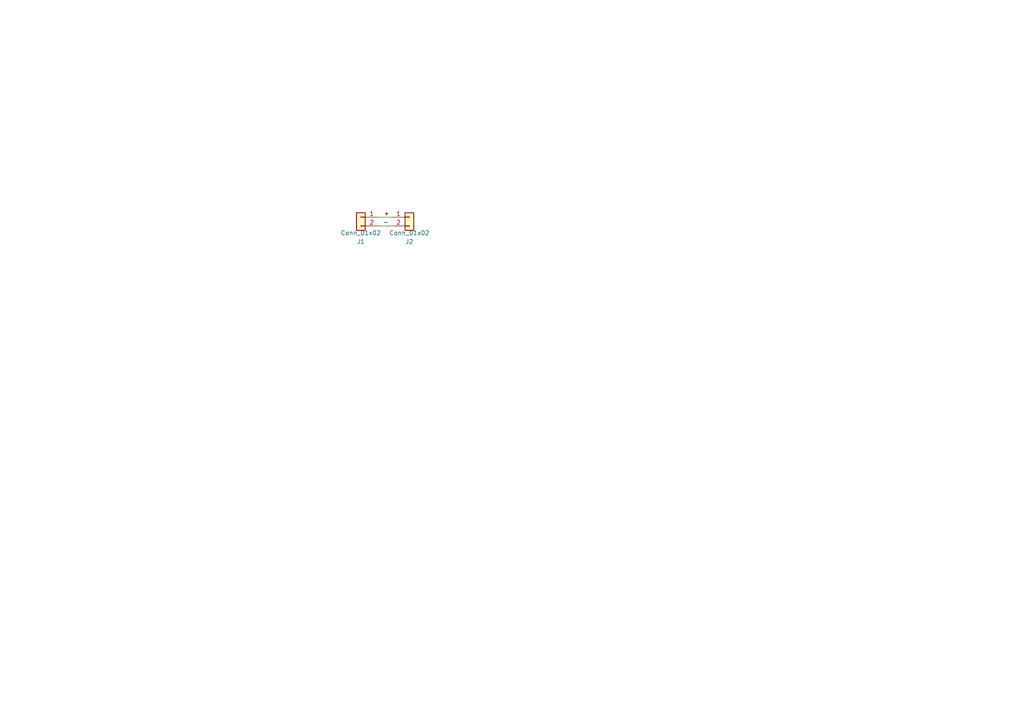
<source format=kicad_sch>
(kicad_sch (version 20230121) (generator eeschema)
  (paper "A4")
  (lib_symbols
    (symbol "Connector_Generic:Conn_01x02" (pin_names (offset 1.016) hide)
      (property "Reference" "J" (at 0 2.54 0))
      (property "Value" "Conn_01x02" (at 0 -5.08 0))
      (symbol "Conn_01x02_1_1"
        (rectangle (start -1.27 -2.413) (end 0 -2.667) (stroke (width 0.1524)))
        (rectangle (start -1.27 0.127) (end 0 -0.127) (stroke (width 0.1524)))
        (rectangle (start -1.27 1.27) (end 1.27 -3.81) (stroke (width 0.254)) (fill (type background)))
        (pin passive line (at -5.08 0 0) (length 3.81) (name "Pin_1") (number "1"))
        (pin passive line (at -5.08 -2.54 0) (length 3.81) (name "Pin_2") (number "2"))
      )
    )
  )
  (wire (pts (xy 109.728 65.532) (xy 113.665 65.532)))
  (wire (pts (xy 109.728 62.992) (xy 113.665 62.992)))
  (label "-" (at 110.998 65.532 0))
  (label "+" (at 111.252 62.992 0))
  (symbol (lib_id "Connector_Generic:Conn_01x02") (at 118.745 62.992 0) (unit 1)
    (property "Reference" "J2" (at 118.745 70.104 0))
    (property "Value" "Conn_01x02" (at 118.745 67.564 0))
    (property "Footprint" "0_Library:Solder_pad" (effects hide))
  )
  (symbol (lib_id "Connector_Generic:Conn_01x02") (at 104.648 62.992 0) (mirror y) (unit 1)
    (property "Reference" "J1" (at 104.648 70.104 0))
    (property "Value" "Conn_01x02" (at 104.648 67.564 0))
    (property "Footprint" "Connector_PinHeader_2.54mm:PinHeader_1x02_P2.54mm_Horizontal" (effects hide))
    (property "LCSC" "C492410" (effects hide))
  )
)
</source>
